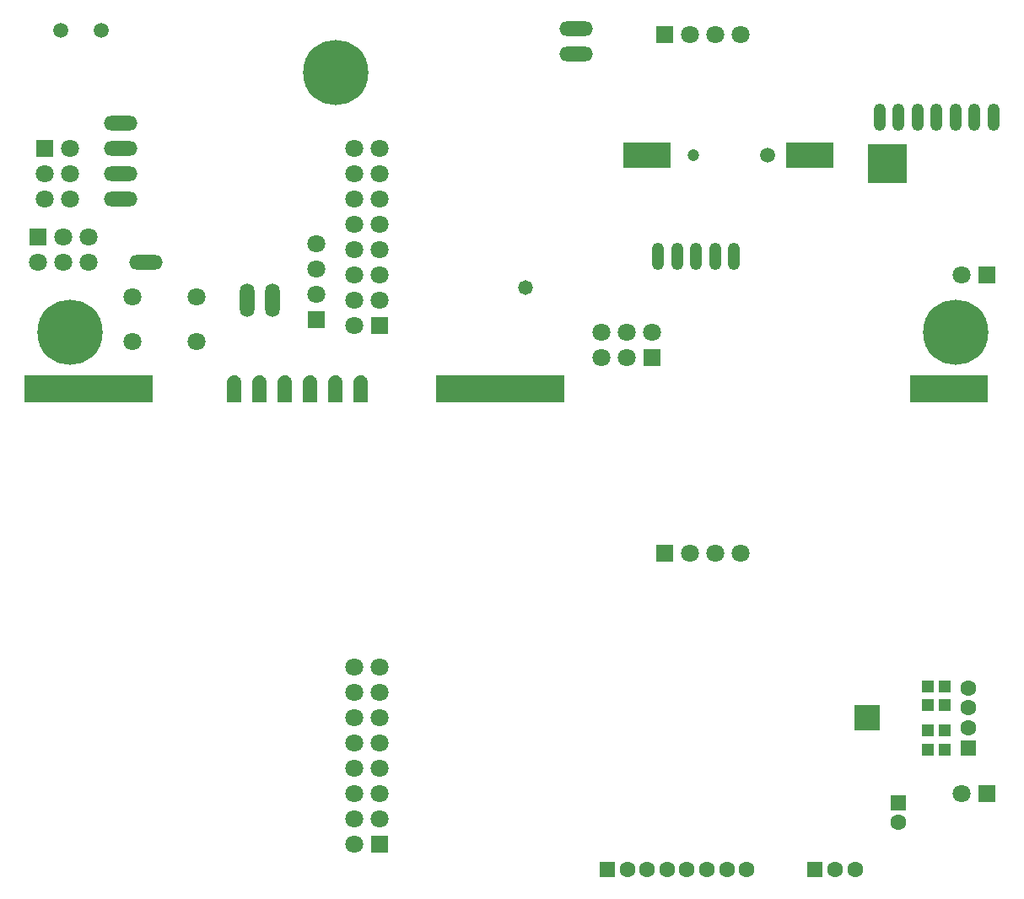
<source format=gbs>
G04 #@! TF.GenerationSoftware,KiCad,Pcbnew,5.0.0-fee4fd1~65~ubuntu17.10.1*
G04 #@! TF.CreationDate,2018-10-29T15:17:38-04:00*
G04 #@! TF.ProjectId,panel,70616E656C2E6B696361645F70636200,B*
G04 #@! TF.SameCoordinates,Original*
G04 #@! TF.FileFunction,Soldermask,Bot*
G04 #@! TF.FilePolarity,Negative*
%FSLAX46Y46*%
G04 Gerber Fmt 4.6, Leading zero omitted, Abs format (unit mm)*
G04 Created by KiCad (PCBNEW 5.0.0-fee4fd1~65~ubuntu17.10.1) date Mon Oct 29 15:17:38 2018*
%MOMM*%
%LPD*%
G01*
G04 APERTURE LIST*
%ADD10R,3.903200X3.903200*%
%ADD11C,1.270000*%
%ADD12C,0.350000*%
%ADD13C,1.803200*%
%ADD14O,3.378200X1.473200*%
%ADD15R,1.803200X1.803200*%
%ADD16C,6.553200*%
%ADD17C,1.503200*%
%ADD18R,7.823200X2.743200*%
%ADD19R,12.903200X2.743200*%
%ADD20O,1.219200X2.743200*%
%ADD21O,1.473200X3.378200*%
%ADD22C,1.473200*%
%ADD23C,1.203200*%
%ADD24R,4.703200X2.503200*%
%ADD25C,1.603200*%
%ADD26R,1.603200X1.603200*%
%ADD27R,2.603200X2.603200*%
%ADD28R,1.303200X1.203200*%
G04 APERTURE END LIST*
D10*
G04 #@! TO.C,U4*
X162077400Y-59258200D03*
G04 #@! TD*
D11*
G04 #@! TO.C,J8*
X109220000Y-81280000D03*
D12*
G36*
X108565179Y-83284648D02*
X108546119Y-83278866D01*
X108528554Y-83269477D01*
X108513158Y-83256842D01*
X108500523Y-83241446D01*
X108491134Y-83223881D01*
X108485352Y-83204821D01*
X108483400Y-83185000D01*
X108483400Y-81280000D01*
X108484165Y-81272232D01*
X108484165Y-81248842D01*
X108484654Y-81238884D01*
X108490762Y-81176868D01*
X108492225Y-81167005D01*
X108504382Y-81105887D01*
X108506805Y-81096214D01*
X108524895Y-81036581D01*
X108528254Y-81027195D01*
X108552101Y-80969623D01*
X108556363Y-80960610D01*
X108585738Y-80905652D01*
X108590865Y-80897099D01*
X108625486Y-80845285D01*
X108631425Y-80837277D01*
X108670958Y-80789106D01*
X108677654Y-80781718D01*
X108721718Y-80737654D01*
X108729106Y-80730958D01*
X108777277Y-80691425D01*
X108785285Y-80685486D01*
X108837099Y-80650865D01*
X108845652Y-80645738D01*
X108900610Y-80616363D01*
X108909623Y-80612101D01*
X108967195Y-80588254D01*
X108976581Y-80584895D01*
X109036214Y-80566805D01*
X109045887Y-80564382D01*
X109107005Y-80552225D01*
X109116868Y-80550762D01*
X109178884Y-80544654D01*
X109188842Y-80544165D01*
X109251158Y-80544165D01*
X109261116Y-80544654D01*
X109323132Y-80550762D01*
X109332995Y-80552225D01*
X109394113Y-80564382D01*
X109403786Y-80566805D01*
X109463419Y-80584895D01*
X109472805Y-80588254D01*
X109530377Y-80612101D01*
X109539390Y-80616363D01*
X109594348Y-80645738D01*
X109602901Y-80650865D01*
X109654715Y-80685486D01*
X109662723Y-80691425D01*
X109710894Y-80730958D01*
X109718282Y-80737654D01*
X109762346Y-80781718D01*
X109769042Y-80789106D01*
X109808575Y-80837277D01*
X109814514Y-80845285D01*
X109849135Y-80897099D01*
X109854262Y-80905652D01*
X109883637Y-80960610D01*
X109887899Y-80969623D01*
X109911746Y-81027195D01*
X109915105Y-81036581D01*
X109933195Y-81096214D01*
X109935618Y-81105887D01*
X109947775Y-81167005D01*
X109949238Y-81176868D01*
X109955346Y-81238884D01*
X109955835Y-81248842D01*
X109955835Y-81272232D01*
X109956600Y-81280000D01*
X109956600Y-83185000D01*
X109954648Y-83204821D01*
X109948866Y-83223881D01*
X109939477Y-83241446D01*
X109926842Y-83256842D01*
X109911446Y-83269477D01*
X109893881Y-83278866D01*
X109874821Y-83284648D01*
X109855000Y-83286600D01*
X108585000Y-83286600D01*
X108565179Y-83284648D01*
X108565179Y-83284648D01*
G37*
D11*
X96520000Y-81280000D03*
D12*
G36*
X95865179Y-83284648D02*
X95846119Y-83278866D01*
X95828554Y-83269477D01*
X95813158Y-83256842D01*
X95800523Y-83241446D01*
X95791134Y-83223881D01*
X95785352Y-83204821D01*
X95783400Y-83185000D01*
X95783400Y-81280000D01*
X95784165Y-81272232D01*
X95784165Y-81248842D01*
X95784654Y-81238884D01*
X95790762Y-81176868D01*
X95792225Y-81167005D01*
X95804382Y-81105887D01*
X95806805Y-81096214D01*
X95824895Y-81036581D01*
X95828254Y-81027195D01*
X95852101Y-80969623D01*
X95856363Y-80960610D01*
X95885738Y-80905652D01*
X95890865Y-80897099D01*
X95925486Y-80845285D01*
X95931425Y-80837277D01*
X95970958Y-80789106D01*
X95977654Y-80781718D01*
X96021718Y-80737654D01*
X96029106Y-80730958D01*
X96077277Y-80691425D01*
X96085285Y-80685486D01*
X96137099Y-80650865D01*
X96145652Y-80645738D01*
X96200610Y-80616363D01*
X96209623Y-80612101D01*
X96267195Y-80588254D01*
X96276581Y-80584895D01*
X96336214Y-80566805D01*
X96345887Y-80564382D01*
X96407005Y-80552225D01*
X96416868Y-80550762D01*
X96478884Y-80544654D01*
X96488842Y-80544165D01*
X96551158Y-80544165D01*
X96561116Y-80544654D01*
X96623132Y-80550762D01*
X96632995Y-80552225D01*
X96694113Y-80564382D01*
X96703786Y-80566805D01*
X96763419Y-80584895D01*
X96772805Y-80588254D01*
X96830377Y-80612101D01*
X96839390Y-80616363D01*
X96894348Y-80645738D01*
X96902901Y-80650865D01*
X96954715Y-80685486D01*
X96962723Y-80691425D01*
X97010894Y-80730958D01*
X97018282Y-80737654D01*
X97062346Y-80781718D01*
X97069042Y-80789106D01*
X97108575Y-80837277D01*
X97114514Y-80845285D01*
X97149135Y-80897099D01*
X97154262Y-80905652D01*
X97183637Y-80960610D01*
X97187899Y-80969623D01*
X97211746Y-81027195D01*
X97215105Y-81036581D01*
X97233195Y-81096214D01*
X97235618Y-81105887D01*
X97247775Y-81167005D01*
X97249238Y-81176868D01*
X97255346Y-81238884D01*
X97255835Y-81248842D01*
X97255835Y-81272232D01*
X97256600Y-81280000D01*
X97256600Y-83185000D01*
X97254648Y-83204821D01*
X97248866Y-83223881D01*
X97239477Y-83241446D01*
X97226842Y-83256842D01*
X97211446Y-83269477D01*
X97193881Y-83278866D01*
X97174821Y-83284648D01*
X97155000Y-83286600D01*
X95885000Y-83286600D01*
X95865179Y-83284648D01*
X95865179Y-83284648D01*
G37*
D11*
X99060000Y-81280000D03*
D12*
G36*
X98405179Y-83284648D02*
X98386119Y-83278866D01*
X98368554Y-83269477D01*
X98353158Y-83256842D01*
X98340523Y-83241446D01*
X98331134Y-83223881D01*
X98325352Y-83204821D01*
X98323400Y-83185000D01*
X98323400Y-81280000D01*
X98324165Y-81272232D01*
X98324165Y-81248842D01*
X98324654Y-81238884D01*
X98330762Y-81176868D01*
X98332225Y-81167005D01*
X98344382Y-81105887D01*
X98346805Y-81096214D01*
X98364895Y-81036581D01*
X98368254Y-81027195D01*
X98392101Y-80969623D01*
X98396363Y-80960610D01*
X98425738Y-80905652D01*
X98430865Y-80897099D01*
X98465486Y-80845285D01*
X98471425Y-80837277D01*
X98510958Y-80789106D01*
X98517654Y-80781718D01*
X98561718Y-80737654D01*
X98569106Y-80730958D01*
X98617277Y-80691425D01*
X98625285Y-80685486D01*
X98677099Y-80650865D01*
X98685652Y-80645738D01*
X98740610Y-80616363D01*
X98749623Y-80612101D01*
X98807195Y-80588254D01*
X98816581Y-80584895D01*
X98876214Y-80566805D01*
X98885887Y-80564382D01*
X98947005Y-80552225D01*
X98956868Y-80550762D01*
X99018884Y-80544654D01*
X99028842Y-80544165D01*
X99091158Y-80544165D01*
X99101116Y-80544654D01*
X99163132Y-80550762D01*
X99172995Y-80552225D01*
X99234113Y-80564382D01*
X99243786Y-80566805D01*
X99303419Y-80584895D01*
X99312805Y-80588254D01*
X99370377Y-80612101D01*
X99379390Y-80616363D01*
X99434348Y-80645738D01*
X99442901Y-80650865D01*
X99494715Y-80685486D01*
X99502723Y-80691425D01*
X99550894Y-80730958D01*
X99558282Y-80737654D01*
X99602346Y-80781718D01*
X99609042Y-80789106D01*
X99648575Y-80837277D01*
X99654514Y-80845285D01*
X99689135Y-80897099D01*
X99694262Y-80905652D01*
X99723637Y-80960610D01*
X99727899Y-80969623D01*
X99751746Y-81027195D01*
X99755105Y-81036581D01*
X99773195Y-81096214D01*
X99775618Y-81105887D01*
X99787775Y-81167005D01*
X99789238Y-81176868D01*
X99795346Y-81238884D01*
X99795835Y-81248842D01*
X99795835Y-81272232D01*
X99796600Y-81280000D01*
X99796600Y-83185000D01*
X99794648Y-83204821D01*
X99788866Y-83223881D01*
X99779477Y-83241446D01*
X99766842Y-83256842D01*
X99751446Y-83269477D01*
X99733881Y-83278866D01*
X99714821Y-83284648D01*
X99695000Y-83286600D01*
X98425000Y-83286600D01*
X98405179Y-83284648D01*
X98405179Y-83284648D01*
G37*
D11*
X101600000Y-81280000D03*
D12*
G36*
X100945179Y-83284648D02*
X100926119Y-83278866D01*
X100908554Y-83269477D01*
X100893158Y-83256842D01*
X100880523Y-83241446D01*
X100871134Y-83223881D01*
X100865352Y-83204821D01*
X100863400Y-83185000D01*
X100863400Y-81280000D01*
X100864165Y-81272232D01*
X100864165Y-81248842D01*
X100864654Y-81238884D01*
X100870762Y-81176868D01*
X100872225Y-81167005D01*
X100884382Y-81105887D01*
X100886805Y-81096214D01*
X100904895Y-81036581D01*
X100908254Y-81027195D01*
X100932101Y-80969623D01*
X100936363Y-80960610D01*
X100965738Y-80905652D01*
X100970865Y-80897099D01*
X101005486Y-80845285D01*
X101011425Y-80837277D01*
X101050958Y-80789106D01*
X101057654Y-80781718D01*
X101101718Y-80737654D01*
X101109106Y-80730958D01*
X101157277Y-80691425D01*
X101165285Y-80685486D01*
X101217099Y-80650865D01*
X101225652Y-80645738D01*
X101280610Y-80616363D01*
X101289623Y-80612101D01*
X101347195Y-80588254D01*
X101356581Y-80584895D01*
X101416214Y-80566805D01*
X101425887Y-80564382D01*
X101487005Y-80552225D01*
X101496868Y-80550762D01*
X101558884Y-80544654D01*
X101568842Y-80544165D01*
X101631158Y-80544165D01*
X101641116Y-80544654D01*
X101703132Y-80550762D01*
X101712995Y-80552225D01*
X101774113Y-80564382D01*
X101783786Y-80566805D01*
X101843419Y-80584895D01*
X101852805Y-80588254D01*
X101910377Y-80612101D01*
X101919390Y-80616363D01*
X101974348Y-80645738D01*
X101982901Y-80650865D01*
X102034715Y-80685486D01*
X102042723Y-80691425D01*
X102090894Y-80730958D01*
X102098282Y-80737654D01*
X102142346Y-80781718D01*
X102149042Y-80789106D01*
X102188575Y-80837277D01*
X102194514Y-80845285D01*
X102229135Y-80897099D01*
X102234262Y-80905652D01*
X102263637Y-80960610D01*
X102267899Y-80969623D01*
X102291746Y-81027195D01*
X102295105Y-81036581D01*
X102313195Y-81096214D01*
X102315618Y-81105887D01*
X102327775Y-81167005D01*
X102329238Y-81176868D01*
X102335346Y-81238884D01*
X102335835Y-81248842D01*
X102335835Y-81272232D01*
X102336600Y-81280000D01*
X102336600Y-83185000D01*
X102334648Y-83204821D01*
X102328866Y-83223881D01*
X102319477Y-83241446D01*
X102306842Y-83256842D01*
X102291446Y-83269477D01*
X102273881Y-83278866D01*
X102254821Y-83284648D01*
X102235000Y-83286600D01*
X100965000Y-83286600D01*
X100945179Y-83284648D01*
X100945179Y-83284648D01*
G37*
D11*
X104140000Y-81280000D03*
D12*
G36*
X103485179Y-83284648D02*
X103466119Y-83278866D01*
X103448554Y-83269477D01*
X103433158Y-83256842D01*
X103420523Y-83241446D01*
X103411134Y-83223881D01*
X103405352Y-83204821D01*
X103403400Y-83185000D01*
X103403400Y-81280000D01*
X103404165Y-81272232D01*
X103404165Y-81248842D01*
X103404654Y-81238884D01*
X103410762Y-81176868D01*
X103412225Y-81167005D01*
X103424382Y-81105887D01*
X103426805Y-81096214D01*
X103444895Y-81036581D01*
X103448254Y-81027195D01*
X103472101Y-80969623D01*
X103476363Y-80960610D01*
X103505738Y-80905652D01*
X103510865Y-80897099D01*
X103545486Y-80845285D01*
X103551425Y-80837277D01*
X103590958Y-80789106D01*
X103597654Y-80781718D01*
X103641718Y-80737654D01*
X103649106Y-80730958D01*
X103697277Y-80691425D01*
X103705285Y-80685486D01*
X103757099Y-80650865D01*
X103765652Y-80645738D01*
X103820610Y-80616363D01*
X103829623Y-80612101D01*
X103887195Y-80588254D01*
X103896581Y-80584895D01*
X103956214Y-80566805D01*
X103965887Y-80564382D01*
X104027005Y-80552225D01*
X104036868Y-80550762D01*
X104098884Y-80544654D01*
X104108842Y-80544165D01*
X104171158Y-80544165D01*
X104181116Y-80544654D01*
X104243132Y-80550762D01*
X104252995Y-80552225D01*
X104314113Y-80564382D01*
X104323786Y-80566805D01*
X104383419Y-80584895D01*
X104392805Y-80588254D01*
X104450377Y-80612101D01*
X104459390Y-80616363D01*
X104514348Y-80645738D01*
X104522901Y-80650865D01*
X104574715Y-80685486D01*
X104582723Y-80691425D01*
X104630894Y-80730958D01*
X104638282Y-80737654D01*
X104682346Y-80781718D01*
X104689042Y-80789106D01*
X104728575Y-80837277D01*
X104734514Y-80845285D01*
X104769135Y-80897099D01*
X104774262Y-80905652D01*
X104803637Y-80960610D01*
X104807899Y-80969623D01*
X104831746Y-81027195D01*
X104835105Y-81036581D01*
X104853195Y-81096214D01*
X104855618Y-81105887D01*
X104867775Y-81167005D01*
X104869238Y-81176868D01*
X104875346Y-81238884D01*
X104875835Y-81248842D01*
X104875835Y-81272232D01*
X104876600Y-81280000D01*
X104876600Y-83185000D01*
X104874648Y-83204821D01*
X104868866Y-83223881D01*
X104859477Y-83241446D01*
X104846842Y-83256842D01*
X104831446Y-83269477D01*
X104813881Y-83278866D01*
X104794821Y-83284648D01*
X104775000Y-83286600D01*
X103505000Y-83286600D01*
X103485179Y-83284648D01*
X103485179Y-83284648D01*
G37*
D11*
X106680000Y-81280000D03*
D12*
G36*
X106025179Y-83284648D02*
X106006119Y-83278866D01*
X105988554Y-83269477D01*
X105973158Y-83256842D01*
X105960523Y-83241446D01*
X105951134Y-83223881D01*
X105945352Y-83204821D01*
X105943400Y-83185000D01*
X105943400Y-81280000D01*
X105944165Y-81272232D01*
X105944165Y-81248842D01*
X105944654Y-81238884D01*
X105950762Y-81176868D01*
X105952225Y-81167005D01*
X105964382Y-81105887D01*
X105966805Y-81096214D01*
X105984895Y-81036581D01*
X105988254Y-81027195D01*
X106012101Y-80969623D01*
X106016363Y-80960610D01*
X106045738Y-80905652D01*
X106050865Y-80897099D01*
X106085486Y-80845285D01*
X106091425Y-80837277D01*
X106130958Y-80789106D01*
X106137654Y-80781718D01*
X106181718Y-80737654D01*
X106189106Y-80730958D01*
X106237277Y-80691425D01*
X106245285Y-80685486D01*
X106297099Y-80650865D01*
X106305652Y-80645738D01*
X106360610Y-80616363D01*
X106369623Y-80612101D01*
X106427195Y-80588254D01*
X106436581Y-80584895D01*
X106496214Y-80566805D01*
X106505887Y-80564382D01*
X106567005Y-80552225D01*
X106576868Y-80550762D01*
X106638884Y-80544654D01*
X106648842Y-80544165D01*
X106711158Y-80544165D01*
X106721116Y-80544654D01*
X106783132Y-80550762D01*
X106792995Y-80552225D01*
X106854113Y-80564382D01*
X106863786Y-80566805D01*
X106923419Y-80584895D01*
X106932805Y-80588254D01*
X106990377Y-80612101D01*
X106999390Y-80616363D01*
X107054348Y-80645738D01*
X107062901Y-80650865D01*
X107114715Y-80685486D01*
X107122723Y-80691425D01*
X107170894Y-80730958D01*
X107178282Y-80737654D01*
X107222346Y-80781718D01*
X107229042Y-80789106D01*
X107268575Y-80837277D01*
X107274514Y-80845285D01*
X107309135Y-80897099D01*
X107314262Y-80905652D01*
X107343637Y-80960610D01*
X107347899Y-80969623D01*
X107371746Y-81027195D01*
X107375105Y-81036581D01*
X107393195Y-81096214D01*
X107395618Y-81105887D01*
X107407775Y-81167005D01*
X107409238Y-81176868D01*
X107415346Y-81238884D01*
X107415835Y-81248842D01*
X107415835Y-81272232D01*
X107416600Y-81280000D01*
X107416600Y-83185000D01*
X107414648Y-83204821D01*
X107408866Y-83223881D01*
X107399477Y-83241446D01*
X107386842Y-83256842D01*
X107371446Y-83269477D01*
X107353881Y-83278866D01*
X107334821Y-83284648D01*
X107315000Y-83286600D01*
X106045000Y-83286600D01*
X106025179Y-83284648D01*
X106025179Y-83284648D01*
G37*
G04 #@! TD*
D13*
G04 #@! TO.C,SW1*
X92785000Y-72680000D03*
X86285000Y-72680000D03*
X86285000Y-77180000D03*
X92785000Y-77180000D03*
G04 #@! TD*
D14*
G04 #@! TO.C,J11*
X87630000Y-69215000D03*
G04 #@! TD*
D13*
G04 #@! TO.C,J12*
X169545000Y-70485000D03*
D15*
X172085000Y-70485000D03*
G04 #@! TD*
D16*
G04 #@! TO.C,H2*
X168910000Y-76200000D03*
G04 #@! TD*
G04 #@! TO.C,H3*
X106680000Y-50165000D03*
G04 #@! TD*
G04 #@! TO.C,H1*
X80010000Y-76200000D03*
G04 #@! TD*
D17*
G04 #@! TO.C,J1*
X83145000Y-45910000D03*
X79145000Y-45910000D03*
G04 #@! TD*
D18*
G04 #@! TO.C,H6*
X168275000Y-81915000D03*
G04 #@! TD*
D19*
G04 #@! TO.C,H5*
X123190000Y-81915000D03*
G04 #@! TD*
G04 #@! TO.C,H4*
X81915000Y-81915000D03*
G04 #@! TD*
D20*
G04 #@! TO.C,J14*
X140970000Y-68580000D03*
X139065000Y-68580000D03*
X142875000Y-68580000D03*
X144780000Y-68580000D03*
X146685000Y-68580000D03*
G04 #@! TD*
D15*
G04 #@! TO.C,J10*
X77470000Y-57785000D03*
D13*
X80010000Y-57785000D03*
X77470000Y-60325000D03*
X80010000Y-60325000D03*
X77470000Y-62865000D03*
X80010000Y-62865000D03*
G04 #@! TD*
G04 #@! TO.C,J7*
X133350000Y-76200000D03*
X133350000Y-78740000D03*
X135890000Y-76200000D03*
X135890000Y-78740000D03*
X138430000Y-76200000D03*
D15*
X138430000Y-78740000D03*
G04 #@! TD*
D13*
G04 #@! TO.C,J3*
X147320000Y-46355000D03*
X144780000Y-46355000D03*
X142240000Y-46355000D03*
D15*
X139700000Y-46355000D03*
G04 #@! TD*
D13*
G04 #@! TO.C,J4*
X81915000Y-69215000D03*
X81915000Y-66675000D03*
X79375000Y-69215000D03*
X79375000Y-66675000D03*
X76835000Y-69215000D03*
D15*
X76835000Y-66675000D03*
G04 #@! TD*
D13*
G04 #@! TO.C,J9*
X108585000Y-57785000D03*
X111125000Y-57785000D03*
X108585000Y-60325000D03*
X111125000Y-60325000D03*
X108585000Y-62865000D03*
X111125000Y-62865000D03*
X108585000Y-65405000D03*
X111125000Y-65405000D03*
X108585000Y-67945000D03*
X111125000Y-67945000D03*
X108585000Y-70485000D03*
X111125000Y-70485000D03*
X108585000Y-73025000D03*
X111125000Y-73025000D03*
X108585000Y-75565000D03*
D15*
X111125000Y-75565000D03*
G04 #@! TD*
D14*
G04 #@! TO.C,J16*
X130810000Y-48260000D03*
X130810000Y-45720000D03*
G04 #@! TD*
D21*
G04 #@! TO.C,J15*
X100330000Y-73025000D03*
X97790000Y-73025000D03*
G04 #@! TD*
D22*
G04 #@! TO.C,TP1*
X125730000Y-71755000D03*
G04 #@! TD*
D15*
G04 #@! TO.C,J6*
X104775000Y-74930000D03*
D13*
X104775000Y-72390000D03*
X104775000Y-69850000D03*
X104775000Y-67310000D03*
G04 #@! TD*
D17*
G04 #@! TO.C,B1*
X150065000Y-58420000D03*
D23*
X142615000Y-58420000D03*
D24*
X154315000Y-58420000D03*
X137915000Y-58420000D03*
G04 #@! TD*
D20*
G04 #@! TO.C,J17*
X161290000Y-54610000D03*
X163195000Y-54610000D03*
X165100000Y-54610000D03*
X172720000Y-54610000D03*
X170815000Y-54610000D03*
X167005000Y-54610000D03*
X168910000Y-54610000D03*
G04 #@! TD*
D14*
G04 #@! TO.C,J13*
X85090000Y-55245000D03*
X85090000Y-57785000D03*
X85090000Y-60325000D03*
X85090000Y-62865000D03*
G04 #@! TD*
D25*
G04 #@! TO.C,J7*
X163195000Y-125460000D03*
D26*
X163195000Y-123460000D03*
G04 #@! TD*
G04 #@! TO.C,J1*
X154845000Y-130175000D03*
D25*
X156845000Y-130175000D03*
X158845000Y-130175000D03*
G04 #@! TD*
D26*
G04 #@! TO.C,J2*
X133970000Y-130175000D03*
D25*
X135970000Y-130175000D03*
X137970000Y-130175000D03*
X139970000Y-130175000D03*
X141970000Y-130175000D03*
X143970000Y-130175000D03*
X145970000Y-130175000D03*
X147970000Y-130175000D03*
G04 #@! TD*
D26*
G04 #@! TO.C,J3*
X170180000Y-117935000D03*
D25*
X170180000Y-115935000D03*
X170180000Y-113935000D03*
X170180000Y-111935000D03*
G04 #@! TD*
D15*
G04 #@! TO.C,J5*
X139700000Y-98425000D03*
D13*
X142240000Y-98425000D03*
X144780000Y-98425000D03*
X147320000Y-98425000D03*
G04 #@! TD*
D15*
G04 #@! TO.C,J4*
X111125000Y-127635000D03*
D13*
X108585000Y-127635000D03*
X111125000Y-125095000D03*
X108585000Y-125095000D03*
X111125000Y-122555000D03*
X108585000Y-122555000D03*
X111125000Y-120015000D03*
X108585000Y-120015000D03*
X111125000Y-117475000D03*
X108585000Y-117475000D03*
X111125000Y-114935000D03*
X108585000Y-114935000D03*
X111125000Y-112395000D03*
X108585000Y-112395000D03*
X111125000Y-109855000D03*
X108585000Y-109855000D03*
G04 #@! TD*
D27*
G04 #@! TO.C,U4*
X160020000Y-114935000D03*
G04 #@! TD*
D15*
G04 #@! TO.C,J6*
X172085000Y-122555000D03*
D13*
X169545000Y-122555000D03*
G04 #@! TD*
D28*
G04 #@! TO.C,C31*
X167855000Y-118110000D03*
X166155000Y-118110000D03*
G04 #@! TD*
G04 #@! TO.C,C32*
X166155000Y-111760000D03*
X167855000Y-111760000D03*
G04 #@! TD*
G04 #@! TO.C,C33*
X166155000Y-116205000D03*
X167855000Y-116205000D03*
G04 #@! TD*
G04 #@! TO.C,C34*
X167855000Y-113665000D03*
X166155000Y-113665000D03*
G04 #@! TD*
M02*

</source>
